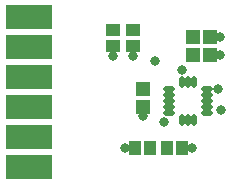
<source format=gts>
G04 Layer_Color=20142*
%FSLAX25Y25*%
%MOIN*%
G70*
G01*
G75*
%ADD25R,0.04540X0.03950*%
%ADD26R,0.03950X0.04540*%
%ADD27R,0.04934X0.04540*%
%ADD28O,0.01784X0.03950*%
%ADD29O,0.03950X0.01784*%
%ADD30R,0.04540X0.04934*%
%ADD31R,0.15800X0.08400*%
%ADD32C,0.03200*%
D25*
X140500Y473059D02*
D03*
Y467941D02*
D03*
X147000Y473059D02*
D03*
Y467941D02*
D03*
D26*
X163391Y433699D02*
D03*
X158273D02*
D03*
X152891D02*
D03*
X147773D02*
D03*
D27*
X150500Y447646D02*
D03*
Y453354D02*
D03*
D28*
X163531Y455799D02*
D03*
X165500D02*
D03*
X167469D02*
D03*
Y443201D02*
D03*
X165500D02*
D03*
X163531D02*
D03*
D29*
X171799Y453437D02*
D03*
Y451469D02*
D03*
Y449500D02*
D03*
Y447532D02*
D03*
Y445563D02*
D03*
X159201D02*
D03*
Y447532D02*
D03*
Y449500D02*
D03*
Y451469D02*
D03*
Y453437D02*
D03*
D30*
X172854Y465000D02*
D03*
X167146D02*
D03*
X172854Y471000D02*
D03*
X167146D02*
D03*
D31*
X112500Y447500D02*
D03*
Y457500D02*
D03*
Y467500D02*
D03*
Y477500D02*
D03*
Y437500D02*
D03*
Y427500D02*
D03*
D32*
X154332Y462699D02*
D03*
X176500Y446500D02*
D03*
X144332Y433699D02*
D03*
X166832D02*
D03*
X175500Y453500D02*
D03*
X163500Y460000D02*
D03*
X157500Y442500D02*
D03*
X150500Y444500D02*
D03*
X176000Y465000D02*
D03*
Y471000D02*
D03*
X140500Y464500D02*
D03*
X147000D02*
D03*
M02*

</source>
